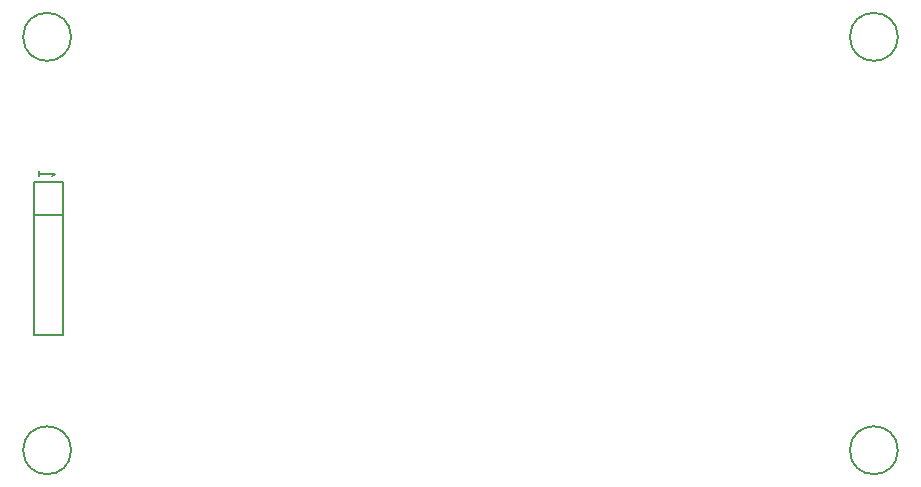
<source format=gbo>
G04 ================== begin FILE IDENTIFICATION RECORD ==================*
G04 Layout Name:  E:/FACOMSA/allegro/TFG_RECEIVER_0V5.brd*
G04 Film Name:    PCB_ReceiverSilkscreenBOTTOM*
G04 File Format:  Gerber RS274X*
G04 File Origin:  Cadence Allegro 17.0-S002*
G04 Origin Date:  Mon Mar 27 20:28:53 2023*
G04 *
G04 Layer:  PACKAGE GEOMETRY/SILKSCREEN_BOTTOM*
G04 Layer:  REF DES/SILKSCREEN_BOTTOM*
G04 Layer:  BOARD GEOMETRY/SILKSCREEN_BOTTOM*
G04 *
G04 Offset:    (0.0000 0.0000)*
G04 Mirror:    No*
G04 Mode:      Positive*
G04 Rotation:  0*
G04 FullContactRelief:  No*
G04 UndefLineWidth:     0.2000*
G04 ================== end FILE IDENTIFICATION RECORD ====================*
%FSAX34Y34*MOMM*%
%IR0*IPPOS*OFA0.00000B0.00000*MIA0B0*SFA1.00000B1.00000*%
%ADD10C,.2*%
G75*
%LPD*%
G75*
G54D10*
G01X0170300Y0084000D02*
G03I-0020300J0D01*
G01X0138500Y0181900D02*
X0163500D01*
Y0311500D01*
X0138500D01*
Y0181900D01*
G01X0143483Y0318100D02*
X0156482Y0318145D01*
X0153890Y0316136D01*
G01X0143490Y0316100D02*
X0143476Y0320100D01*
G01X0163500Y0283100D02*
X0138500D01*
G01X0170300Y0434000D02*
G03I-0020300J0D01*
G01X0870300Y0084000D02*
G03I-0020300J0D01*
G01Y0434000D02*
G03I-0020300J0D01*
M02*

</source>
